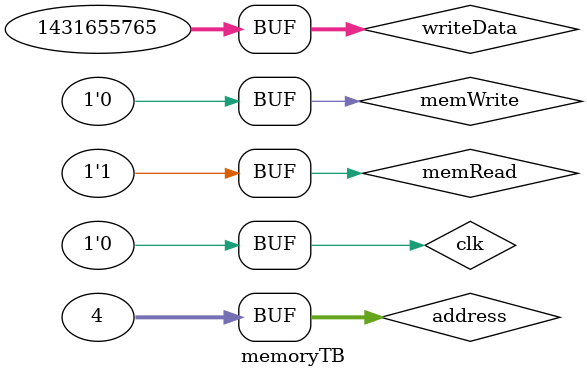
<source format=v>
`timescale 1ns/1ns

module registerFileTB();
    reg clk, regWrite;
    reg[31:0] address;
    reg[31:0] writeData;
    reg[4:0] writeRegister;
    reg[4:0] readRegister1;
    reg[4:0] readRegister2;

    wire[31:0] register1;
    wire[31:0] register2;

    registerFile R(clk, readRegister1, readRegister2, writeRegister, writeData, regWrite, register1, register2);

    initial begin
        clk = 0;
        regWrite = 1;
        writeData = 32'd69;
        writeRegister = 32'd1;
        readRegister1 = 32'd0;
        readRegister2 = 32'd1;
        
        #10
        clk = 1;
        #10
        clk = 0;
	#10

        regWrite = 0;
        writeData = 32'd85;

        #10
        clk = 1;
        #10
        clk = 0;
	#10

        regWrite = 1;
        writeData = 32'd85;
        writeRegister = 32'd3;
        
        #10
        clk = 1;
        #10
        clk = 0;

        
 
        #10
        clk = 1;
        #10
        clk = 0;
        #10

	readRegister1 = 32'd3;

        #10
        clk = 1;
        #10
        clk = 0;
        
    end
endmodule


module memoryTB();
    reg clk, memWrite, memRead;
    reg[31:0] address;
    reg[31:0] writeData;
    wire[31:0] memoryData;

    memory M(clk, address, writeData, memWrite, memRead, memoryData);

    initial begin
        clk = 0;
        address = 32'b0;
        writeData = 32'b10101010101010101010101010101010;
        memWrite = 1;
        memRead = 0;
        
        #10
        clk = 1;
        #10
        clk = 0;
	#10

        address = 32'd4;
        writeData = 32'b01010101010101010101010101010101;
        memWrite = 1;
        memRead = 0;
        
        #10
        clk = 1;
        #10
        clk = 0;
	#10

        address = 32'b0;
        memWrite = 0;
        memRead = 1;
        
        #10
        clk = 1;
        #10
        clk = 0;

        address = 32'd4;
 
        #10
        clk = 1;
        #10
        clk = 0;
    end
endmodule


</source>
